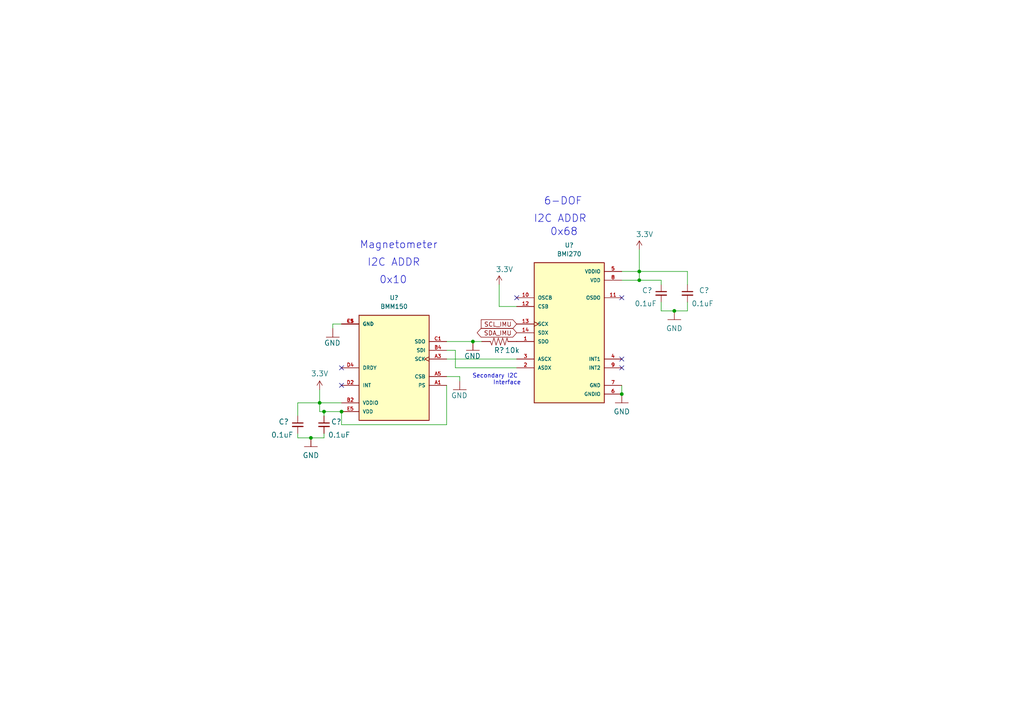
<source format=kicad_sch>
(kicad_sch (version 20211123) (generator eeschema)
  (paper "A4")
  (lib_symbols
    (symbol "mainboard:3.3V" (power) (pin_names (offset 1.016))
      (property "Value" "3.3V" (at -1.016 3.556 0))
      (symbol "3.3V_1_0"
        (polyline (pts (xy 0 2.54) (xy -0.762 1.27)))
        (polyline (pts (xy 0.762 1.27) (xy 0 2.54)))
        (pin power_in line (at 0 0 90) (length 2.54) (name "3.3V") (number "1"))
      )
    )
    (symbol "mainboard:BMI270" (pin_names (offset 1.016))
      (property "Reference" "U" (at -10.16 21.082 0))
      (property "Value" "BMI270" (at -10.16 -22.86 0))
      (symbol "BMI270_0_0"
        (rectangle (start -10.16 -20.32) (end 10.16 20.32) (stroke (width 0.254)) (fill (type background)))
        (pin bidirectional line (at -15.24 -2.54 0) (length 5.08) (name "SDO") (number "1"))
        (pin input line (at -15.24 10.16 0) (length 5.08) (name "OSCB") (number "10"))
        (pin output line (at 15.24 10.16 180) (length 5.08) (name "OSDO") (number "11"))
        (pin input line (at -15.24 7.62 0) (length 5.08) (name "CSB") (number "12"))
        (pin input clock (at -15.24 2.54 0) (length 5.08) (name "SCX") (number "13"))
        (pin bidirectional line (at -15.24 0 0) (length 5.08) (name "SDX") (number "14"))
        (pin bidirectional line (at -15.24 -10.16 0) (length 5.08) (name "ASDX") (number "2"))
        (pin bidirectional line (at -15.24 -7.62 0) (length 5.08) (name "ASCX") (number "3"))
        (pin bidirectional line (at 15.24 -7.62 180) (length 5.08) (name "INT1") (number "4"))
        (pin power_in line (at 15.24 17.78 180) (length 5.08) (name "VDDIO") (number "5"))
        (pin power_in line (at 15.24 -17.78 180) (length 5.08) (name "GNDIO") (number "6"))
        (pin power_in line (at 15.24 -15.24 180) (length 5.08) (name "GND") (number "7"))
        (pin power_in line (at 15.24 15.24 180) (length 5.08) (name "VDD") (number "8"))
        (pin bidirectional line (at 15.24 -10.16 180) (length 5.08) (name "INT2") (number "9"))
      )
    )
    (symbol "mainboard:BMM150" (pin_names (offset 1.016))
      (property "Reference" "U" (at -10.16 16.51 0))
      (property "Value" "BMM150" (at -10.16 -16.51 0))
      (symbol "BMM150_0_0"
        (rectangle (start -10.16 -15.24) (end 10.16 15.24) (stroke (width 0.254)) (fill (type background)))
        (pin input line (at -15.24 5.08 0) (length 5.08) (name "PS") (number "A1"))
        (pin input clock (at -15.24 -2.54 0) (length 5.08) (name "SCK") (number "A3"))
        (pin input line (at -15.24 2.54 0) (length 5.08) (name "CSB") (number "A5"))
        (pin power_in line (at 15.24 10.16 180) (length 5.08) (name "VDDIO") (number "B2"))
        (pin bidirectional line (at -15.24 -5.08 0) (length 5.08) (name "SDI") (number "B4"))
        (pin output line (at -15.24 -7.62 0) (length 5.08) (name "SDO") (number "C1"))
        (pin power_in line (at 15.24 -12.7 180) (length 5.08) (name "GND") (number "C5"))
        (pin output line (at 15.24 5.08 180) (length 5.08) (name "INT") (number "D2"))
        (pin output line (at 15.24 0 180) (length 5.08) (name "DRDY") (number "D4"))
        (pin power_in line (at 15.24 -12.7 180) (length 5.08) (name "GND") (number "E1"))
        (pin power_in line (at 15.24 -12.7 180) (length 5.08) (name "GND") (number "E3"))
        (pin power_in line (at 15.24 12.7 180) (length 5.08) (name "VDD") (number "E5"))
      )
    )
    (symbol "mainboard:C_Small" (pin_numbers hide) (pin_names (offset 0.254) hide)
      (property "Reference" "C" (at 0.254 1.778 0))
      (property "Value" "C_Small" (at 0.254 -2.032 0))
      (symbol "C_Small_0_1"
        (polyline (pts (xy -1.524 -0.508) (xy 1.524 -0.508)) (stroke (width 0.3302)))
        (polyline (pts (xy -1.524 0.508) (xy 1.524 0.508)) (stroke (width 0.3048)))
      )
      (symbol "C_Small_1_1"
        (pin passive line (at 0 2.54 270) (length 2.032) (name "~") (number "1"))
        (pin passive line (at 0 -2.54 90) (length 2.032) (name "~") (number "2"))
      )
    )
    (symbol "mainboard:GND" (power) (pin_names (offset 1.016))
      (property "Value" "GND" (at -2.54 -2.54 0))
      (symbol "GND_1_0"
        (polyline (pts (xy -1.905 0) (xy 1.905 0)))
        (pin power_in line (at 0 2.54 270) (length 2.54) (name "GND") (number "1"))
      )
    )
    (symbol "mainboard:R-US_R0603" (pin_names (offset 1.016))
      (property "Reference" "R" (at -3.81 1.4986 0))
      (property "Value" "R-US_R0603" (at -3.81 -3.302 0))
      (symbol "R-US_R0603_1_0"
        (polyline (pts (xy -2.54 0) (xy -2.159 1.016)))
        (polyline (pts (xy -2.159 1.016) (xy -1.524 -1.016)))
        (polyline (pts (xy -1.524 -1.016) (xy -0.889 1.016)))
        (polyline (pts (xy -0.889 1.016) (xy -0.254 -1.016)))
        (polyline (pts (xy -0.254 -1.016) (xy 0.381 1.016)))
        (polyline (pts (xy 0.381 1.016) (xy 1.016 -1.016)))
        (polyline (pts (xy 1.016 -1.016) (xy 1.651 1.016)))
        (polyline (pts (xy 1.651 1.016) (xy 2.286 -1.016)))
        (polyline (pts (xy 2.286 -1.016) (xy 2.54 0)))
        (pin passive line (at -5.08 0 0) (length 2.54) (name "1") (number "1"))
        (pin passive line (at 5.08 0 180) (length 2.54) (name "2") (number "2"))
      )
    )
  )
  (junction (at 180.34 114.3))
  (junction (at 93.98 119.38))
  (junction (at 92.71 116.84))
  (junction (at 90.17 127))
  (junction (at 185.42 78.74))
  (junction (at 99.06 119.38))
  (junction (at 185.42 81.28))
  (junction (at 137.16 99.06))
  (junction (at 195.58 90.17))
  (no_connect (at 99.06 111.76))
  (no_connect (at 180.34 104.14))
  (no_connect (at 180.34 86.36))
  (no_connect (at 180.34 106.68))
  (no_connect (at 99.06 106.68))
  (no_connect (at 149.86 86.36))
  (wire (pts (xy 137.16 99.06) (xy 139.7 99.06)))
  (wire (pts (xy 93.98 127) (xy 90.17 127)))
  (wire (pts (xy 149.86 106.68) (xy 132.08 106.68)))
  (wire (pts (xy 93.98 119.38) (xy 99.06 119.38)))
  (wire (pts (xy 199.39 90.17) (xy 199.39 87.63)))
  (wire (pts (xy 191.77 82.55) (xy 191.77 81.28)))
  (wire (pts (xy 129.54 109.22) (xy 133.35 109.22)))
  (wire (pts (xy 99.06 93.98) (xy 96.52 93.98)))
  (wire (pts (xy 86.36 116.84) (xy 86.36 120.65)))
  (wire (pts (xy 93.98 127) (xy 93.98 125.73)))
  (wire (pts (xy 129.54 111.76) (xy 129.54 123.19)))
  (wire (pts (xy 199.39 78.74) (xy 185.42 78.74)))
  (wire (pts (xy 129.54 104.14) (xy 149.86 104.14)))
  (wire (pts (xy 195.58 90.17) (xy 191.77 90.17)))
  (wire (pts (xy 129.54 99.06) (xy 137.16 99.06)))
  (wire (pts (xy 180.34 81.28) (xy 185.42 81.28)))
  (wire (pts (xy 92.71 113.03) (xy 92.71 116.84)))
  (wire (pts (xy 132.08 106.68) (xy 132.08 101.6)))
  (wire (pts (xy 93.98 120.65) (xy 93.98 119.38)))
  (wire (pts (xy 191.77 90.17) (xy 191.77 87.63)))
  (wire (pts (xy 144.78 88.9) (xy 149.86 88.9)))
  (wire (pts (xy 99.06 119.38) (xy 99.06 123.19)))
  (wire (pts (xy 144.78 82.55) (xy 144.78 88.9)))
  (wire (pts (xy 133.35 110.49) (xy 133.35 109.22)))
  (wire (pts (xy 86.36 127) (xy 86.36 125.73)))
  (wire (pts (xy 185.42 72.39) (xy 185.42 78.74)))
  (wire (pts (xy 180.34 111.76) (xy 180.34 114.3)))
  (wire (pts (xy 99.06 123.19) (xy 129.54 123.19)))
  (wire (pts (xy 199.39 78.74) (xy 199.39 82.55)))
  (wire (pts (xy 92.71 119.38) (xy 93.98 119.38)))
  (wire (pts (xy 86.36 127) (xy 90.17 127)))
  (wire (pts (xy 185.42 81.28) (xy 185.42 78.74)))
  (wire (pts (xy 195.58 90.17) (xy 199.39 90.17)))
  (wire (pts (xy 96.52 93.98) (xy 96.52 95.25)))
  (wire (pts (xy 185.42 78.74) (xy 180.34 78.74)))
  (wire (pts (xy 132.08 101.6) (xy 129.54 101.6)))
  (wire (pts (xy 92.71 116.84) (xy 92.71 119.38)))
  (wire (pts (xy 92.71 116.84) (xy 99.06 116.84)))
  (wire (pts (xy 185.42 81.28) (xy 191.77 81.28)))
  (wire (pts (xy 86.36 116.84) (xy 92.71 116.84)))
  (text "0x10\n" (at 118.11 82.55 180) (effects (font (size 2.159 2.159)) (justify right bottom)))
  (text "Secondary I2C \nInterface\n" (at 151.13 111.76 180) (effects (font (size 1.2 1.2)) (justify right bottom)))
  (text "I2C ADDR" (at 121.92 77.47 180) (effects (font (size 2.159 2.159)) (justify right bottom)))
  (text "0x68" (at 167.64 68.58 180) (effects (font (size 2.159 2.159)) (justify right bottom)))
  (text "I2C ADDR" (at 170.18 64.77 180) (effects (font (size 2.159 2.159)) (justify right bottom)))
  (text "Magnetometer\n" (at 127 72.39 180) (effects (font (size 2.159 2.159)) (justify right bottom)))
  (text "6-DOF" (at 168.91 59.69 180) (effects (font (size 2.159 2.159)) (justify right bottom)))
  (global_label "SDA_IMU" (shape bidirectional) (at 149.86 96.52 180) (property "Intersheet References" "${INTERSHEET_REFS}" (effects hide)))
  (global_label "SCL_IMU" (shape input) (at 149.86 93.98 180) (property "Intersheet References" "${INTERSHEET_REFS}" (effects hide)))
  (symbol (lib_id "mainboard:C_Small") (at 199.39 85.09 0) (mirror y) (unit 1)
    (property "Reference" "C?" (at 205.74 85.09 0) (effects (font (size 1.4986 1.4986)) (justify left bottom)))
    (property "Value" "0.1uF" (at 207.01 88.9 0) (effects (font (size 1.4986 1.4986)) (justify left bottom)))
    (property "Footprint" "Capacitor_SMD:C_0603_1608Metric" (effects hide))
    (property "Description" "0.1uF +-10% 50V X7R 0603" (effects hide))
  )
  (symbol (lib_id "mainboard:BMM150") (at 114.3 106.68 180) (unit 1)
    (property "Reference" "U?" (at 114.3 86.36 0))
    (property "Value" "BMM150" (at 114.3 88.9 0))
    (property "Footprint" "mainboard:BMM150" (effects hide))
    (property "MF" "Bosch Sensortec" (effects hide))
    (property "DESCRIPTION" "BMM150 Series 3.6 V Surface Mount Three-Axis Geomagnetic Sensor - WLCSP-12" (effects hide))
    (property "PRICE" "None" (effects hide))
    (property "MP" "BMM150" (effects hide))
    (property "AVAILABILITY" "Unavailable" (effects hide))
    (property "PACKAGE" "WLCSP-12 Bosch" (effects hide))
  )
  (symbol (lib_id "mainboard:C_Small") (at 86.36 123.19 0) (mirror y) (unit 1)
    (property "Reference" "C?" (at 83.82 123.19 0) (effects (font (size 1.4986 1.4986)) (justify left bottom)))
    (property "Value" "0.1uF" (at 85.09 127 0) (effects (font (size 1.4986 1.4986)) (justify left bottom)))
    (property "Footprint" "Capacitor_SMD:C_0603_1608Metric" (effects hide))
    (property "Description" "0.1uF +-10% 50V X7R 0603" (effects hide))
  )
  (symbol (lib_id "mainboard:GND") (at 195.58 92.71 0) (unit 1)
    (property "Reference" "#GND?" (effects hide))
    (property "Value" "GND" (at 195.58 95.25 0) (effects (font (size 1.4986 1.4986))))
  )
  (symbol (lib_id "mainboard:GND") (at 137.16 101.6 0) (unit 1)
    (property "Reference" "#GND?" (effects hide))
    (property "Value" "GND" (at 134.62 104.14 0) (effects (font (size 1.4986 1.4986)) (justify left bottom)))
  )
  (symbol (lib_id "mainboard:GND") (at 133.35 113.03 0) (unit 1)
    (property "Reference" "#GND?" (effects hide))
    (property "Value" "GND" (at 130.81 115.57 0) (effects (font (size 1.4986 1.4986)) (justify left bottom)))
  )
  (symbol (lib_id "mainboard:R-US_R0603") (at 144.78 99.06 0) (mirror x) (unit 1)
    (property "Reference" "R?" (at 144.78 101.6 0) (effects (font (size 1.4986 1.4986))))
    (property "Value" "10k" (at 148.59 101.6 0) (effects (font (size 1.4986 1.4986))))
    (property "Footprint" "Resistor_SMD:R_0603_1608Metric" (effects hide))
    (property "Description" "10k 0603" (effects hide))
  )
  (symbol (lib_id "mainboard:GND") (at 180.34 116.84 0) (unit 1)
    (property "Reference" "#GND?" (effects hide))
    (property "Value" "GND" (at 180.34 119.38 0) (effects (font (size 1.4986 1.4986))))
  )
  (symbol (lib_id "mainboard:C_Small") (at 191.77 85.09 0) (mirror y) (unit 1)
    (property "Reference" "C?" (at 189.23 85.09 0) (effects (font (size 1.4986 1.4986)) (justify left bottom)))
    (property "Value" "0.1uF" (at 190.5 88.9 0) (effects (font (size 1.4986 1.4986)) (justify left bottom)))
    (property "Footprint" "Capacitor_SMD:C_0603_1608Metric" (effects hide))
    (property "Description" "0.1uF +-10% 50V X7R 0603" (effects hide))
  )
  (symbol (lib_id "mainboard:C_Small") (at 93.98 123.19 0) (mirror y) (unit 1)
    (property "Reference" "C?" (at 99.06 123.19 0) (effects (font (size 1.4986 1.4986)) (justify left bottom)))
    (property "Value" "0.1uF" (at 101.6 127 0) (effects (font (size 1.4986 1.4986)) (justify left bottom)))
    (property "Footprint" "Capacitor_SMD:C_0603_1608Metric" (effects hide))
    (property "Description" "0.1uF +-10% 50V X7R 0603" (effects hide))
  )
  (symbol (lib_id "mainboard:3.3V") (at 144.78 82.55 0) (unit 1)
    (property "Reference" "#SUPPLY?" (effects hide))
    (property "Value" "3.3V" (at 143.764 78.994 0) (effects (font (size 1.4986 1.4986)) (justify left bottom)))
  )
  (symbol (lib_id "mainboard:GND") (at 90.17 129.54 0) (unit 1)
    (property "Reference" "#GND?" (effects hide))
    (property "Value" "GND" (at 90.17 132.08 0) (effects (font (size 1.4986 1.4986))))
  )
  (symbol (lib_id "mainboard:3.3V") (at 185.42 72.39 0) (unit 1)
    (property "Reference" "#SUPPLY?" (effects hide))
    (property "Value" "3.3V" (at 184.404 68.834 0) (effects (font (size 1.4986 1.4986)) (justify left bottom)))
  )
  (symbol (lib_id "mainboard:BMI270") (at 165.1 96.52 0) (unit 1)
    (property "Reference" "U?" (at 165.1 71.12 0))
    (property "Value" "BMI270" (at 165.1 73.66 0))
    (property "Footprint" "mainboard:BMI270" (effects hide))
    (property "PATREV" "1.0" (effects hide))
    (property "STANDARD" "Manufacturer Recommendations" (effects hide))
    (property "MAXIMUM_PACKAGE_HEIGHT" "0.87mm" (effects hide))
    (property "MANUFACTURER" "Bosch Sensortec" (effects hide))
  )
  (symbol (lib_id "mainboard:3.3V") (at 92.71 113.03 0) (unit 1)
    (property "Reference" "#SUPPLY?" (effects hide))
    (property "Value" "3.3V" (at 90.17 109.22 0) (effects (font (size 1.4986 1.4986)) (justify left bottom)))
  )
  (symbol (lib_id "mainboard:GND") (at 96.52 97.79 0) (unit 1)
    (property "Reference" "#GND?" (effects hide))
    (property "Value" "GND" (at 93.98 100.33 0) (effects (font (size 1.4986 1.4986)) (justify left bottom)))
  )
)
</source>
